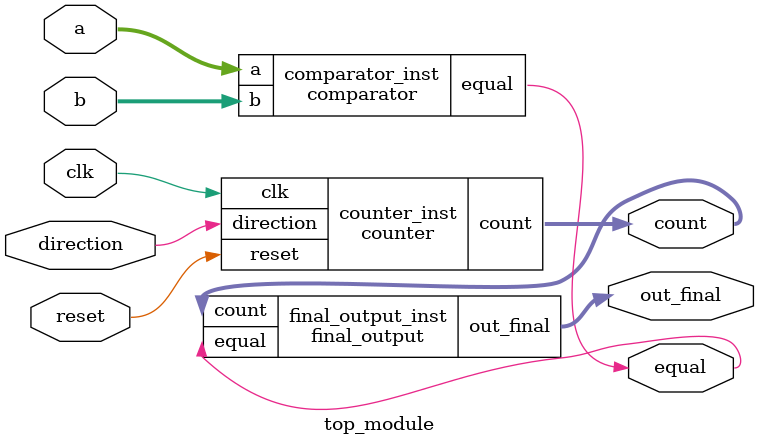
<source format=v>

module counter (
    input clk,
    input reset,
    input direction,
    output reg [2:0] count
);

always @(posedge clk) begin
    if (reset) begin
        count <= 3'b000;
    end else if (direction) begin
        count <= count + 1;
    end else if (!direction) begin
        count <= count - 1;
    end
end

endmodule
module comparator (
    input [3:0] a,
    input [3:0] b,
    output wire equal
);

assign equal = (a == b);

endmodule
module final_output (
    input [2:0] count,
    input equal,
    output reg [2:0] out_final
);

always @(*) begin
    if (equal) begin
        out_final = count;
    end else begin
        out_final = 3'b000;
    end
end

endmodule
module top_module (
    input clk,
    input reset,
    input direction,
    input [3:0] a,
    input [3:0] b,
    output [2:0] count,
    output wire equal,
    output [2:0] out_final
);

counter counter_inst (
    .clk(clk),
    .reset(reset),
    .direction(direction),
    .count(count)
);

comparator comparator_inst (
    .a(a),
    .b(b),
    .equal(equal)
);

final_output final_output_inst (
    .count(count),
    .equal(equal),
    .out_final(out_final)
);

endmodule
</source>
